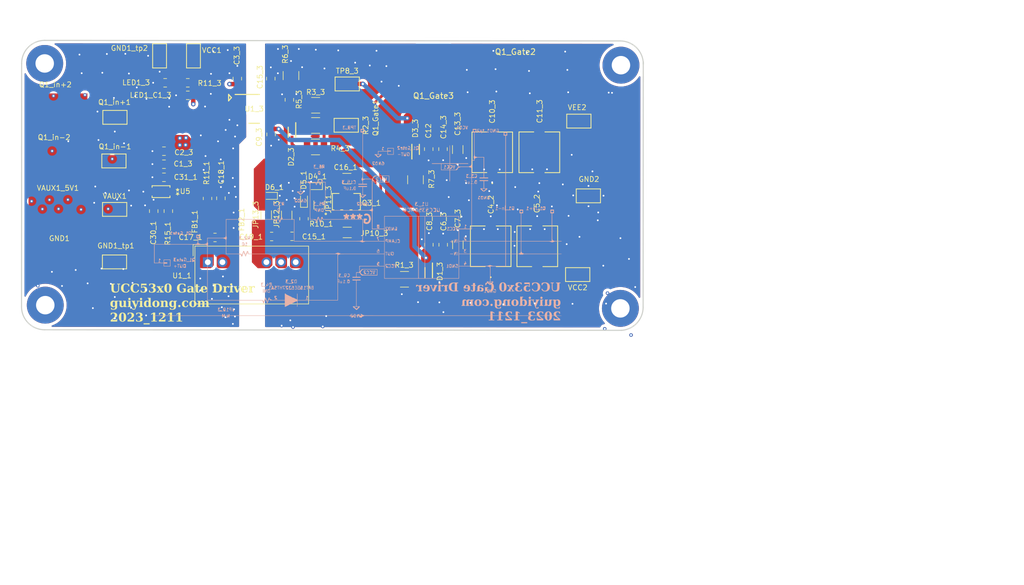
<source format=kicad_pcb>
(kicad_pcb (version 20221018) (generator pcbnew)
  (layers (0 "F.Cu" signal) (1 "In1.Cu" signal "GND.Cu") (2 "In2.Cu" signal "POWER.Cu") (31 "B.Cu" signal) (34 "B.Paste" user) (35 "F.Paste" user) (36 "B.SilkS" user "B.Silkscreen") (37 "F.SilkS" user "F.Silkscreen") (38 "B.Mask" user) (39 "F.Mask" user) (44 "Edge.Cuts" user))
  (net 0 "")
  (net 3 "unconnected-(TP3-Pin_1-Pad1)")
  (net 4 "GND1")
  (net 5 "VCC1")
  (net 6 "GND2")
  (net 7 "VCC2")
  (net 8 "VEE2")
  (net 9 "Net-(U1_1-+VOUT)")
  (net 10 "Net-(U1_1-0V)")
  (net 11 "VCC2: 15 to 33V")
  (net 12 "VEE2:-17.5 to 0V")
  (net 13 "Net-(U1_1-+VIN)")
  (net 14 "Net-(U1_1--VIN)")
  (net 15 "Net-(D1_3-Pad2)")
  (net 16 "Net-(U1_3-OUT)")
  (net 17 "Net-(D2_3-Pad2)")
  (net 18 "Net-(D3_3-Pad1)")
  (net 19 "Net-(D4_1-K)")
  (net 20 "Net-(U1_1--VOUT)")
  (net 21 "Net-(C18_1-Pad1)")
  (net 22 "Net-(Q1_Gate3-Pin_1)")
  (net 23 "Net-(U1_3-CLAMP)")
  (net 24 "VAUX")
  (net 25 "Net-(LED1_3-A)")
  (net 26 "Net-(D5_1-K)")
  (net 27 "Net-(Q1_in+2-Pin_1)")
  (net 28 "Net-(Q1_in-2-Pin_1)")
  (footprint "Library:CAP_6.3 X 5.8_PAN-M" (layer "F.Cu") (at 131.59 59.4049 90)
    (fp_text reference "C10_3")
    (fp_text value "22uF")
  )
  (footprint "Library:C_0805_2012Metric" (layer "F.Cu") (at 75.438 69.596 90)
    (fp_text reference "R15_1")
    (fp_text value "240R")
  )
  (footprint "Library:SolderWirePad_single_SMD_5x10mm" (layer "F.Cu") (at 121.4 45.8 180)
    (fp_text reference "Q1_Gate3")
    (fp_text value "OUT+")
  )
  (footprint "Library:C_0805_2012Metric" (layer "F.Cu") (at 123.08 75.43 90)
    (fp_text reference "C6_3")
    (fp_text value "4.7uF")
  )
  (footprint "Library:R_1210_3225Metric" (layer "F.Cu") (at 100.97 54.7525)
    (fp_text reference "R2_3")
    (fp_text value "10")
  )
  (footprint "Library:C_0805_2012Metric" (layer "F.Cu") (at 96.42 50.3025 90)
    (fp_text reference "R5_3")
    (fp_text value "DNP")
  )
  (footprint "Library:C_0805_2012Metric" (layer "F.Cu") (at 74.676 59.208 180)
    (fp_text reference "C2_3")
    (fp_text value "10uF")
  )
  (footprint "Library:D_SOD-523" (layer "F.Cu") (at 100.875 65.275 180)
    (fp_text reference "D4_1")
    (fp_text value "BZT585B18T")
  )
  (footprint "Library:BEADC2012X105N" (layer "F.Cu") (at 85.852 71.12 180)
    (fp_text reference "FB2_1")
    (fp_text value "BLM21AG471SZ1D")
  )
  (footprint "Library:SOD-123_ONS-M" (layer "F.Cu") (at 74.168 66.228 180)
    (fp_text reference "U5")
    (fp_text value "MMSZ3V3T1G")
  )
  (footprint "Library:R_1206_3216Metric" (layer "F.Cu") (at 92.4 70.25 90)
    (fp_text reference "JP13_3")
    (fp_text value "N.M")
  )
  (footprint "Library:R_1210_3225Metric" (layer "F.Cu") (at 96.695 46.1025 90)
    (fp_text reference "R6_3")
    (fp_text value "0")
  )
  (footprint "Library:TestPoint_Keystone_5019_Minature" (layer "F.Cu") (at 66.1 78.4 180)
    (fp_text reference "GND1_tp1")
    (fp_text value "TestPoint")
  )
  (footprint "Library:C_0805_2012Metric" (layer "F.Cu") (at 120.575 58.8491 -90)
    (fp_text reference "C12")
    (fp_text value "4.7uF")
  )
  (footprint "Library:R_0805_2012Metric" (layer "F.Cu") (at 96.8625 73.975 180)
    (fp_text reference "C15_1")
    (fp_text value "1uf/50V")
  )
  (footprint "Library:C_0805_2012Metric" (layer "F.Cu") (at 93.245 56.3025 -90)
    (fp_text reference "C9_3")
    (fp_text value "0.1uF")
  )
  (footprint "Library:D_SOD-523" (layer "F.Cu") (at 98.95 67.675 90)
    (fp_text reference "D5_1")
    (fp_text value "BZT52B20T")
  )
  (footprint "Library:R_0805_2012Metric" (layer "F.Cu") (at 93.3375 74 180)
    (fp_text reference "C19_1")
    (fp_text value "1uf/50V")
  )
  (footprint "Library:TestPoint_Keystone_5019_Minature" (layer "F.Cu") (at 106.445 47.5525)
    (fp_text reference "TP8_3")
    (fp_text value "TestPoint")
  )
  (footprint "Library:R_1206_3216Metric" (layer "F.Cu") (at 106.385 63.9625 180)
    (fp_text reference "C16_1")
    (fp_text value "4.7uf/50V")
  )
  (footprint "Library:C_0805_2012Metric" (layer "F.Cu") (at 78.806 49.53 180)
    (fp_text reference "LED1_C1_3")
    (fp_text value "0.1uF")
  )
  (footprint "Library:SolderWirePad_single_SMD_5x10mm" (layer "F.Cu") (at 135.6 45.8)
    (fp_text reference "Q1_Gate2")
    (fp_text value "OUT-")
  )
  (footprint "Library:C_0805_2012Metric" (layer "F.Cu") (at 120.605 75.43 90)
    (fp_text reference "C8_3")
    (fp_text value "1uF")
  )
  (footprint "Library:SolderWirePad_single_SMD_5x10mm" (layer "F.Cu") (at 56.4 69.4 90)
    (fp_text reference "VAUX1_5V1")
    (fp_text value "5V")
  )
  (footprint "Library:C_0805_2012Metric" (layer "F.Cu") (at 123.05 58.8491 -90)
    (fp_text reference "C14_3")
    (fp_text value "1uF")
  )
  (footprint "MountingHole:MountingHole_3.2mm_M3_Pad" (layer "F.Cu") (at 54.1 85.9)
    (fp_text reference "TP1" hide)
    (fp_text value "M3")
  )
  (footprint "Library:SOD2513X110N" (layer "F.Cu") (at 120.57 80.26 -90)
    (fp_text reference "D1_3")
    (fp_text value "MURS160T3G" hide)
  )
  (footprint "Library:CAP_6.3 X 5.8_PAN-M" (layer "F.Cu") (at 131.318 75.692 90)
    (fp_text reference "C4_2")
    (fp_text value "22uF")
  )
  (footprint "Library:SolderWirePad_single_SMD_5x10mm" (layer "F.Cu") (at 56.5 77.9 90)
    (fp_text reference "GND1")
    (fp_text value "GND1")
  )
  (footprint "Library:SolderWirePad_single_SMD_5x10mm" (layer "F.Cu") (at 56.3 60.7 90)
    (fp_text reference "Q1_in-2")
    (fp_text value "IN-")
  )
  (footprint "Library:R_1206_3216Metric" (layer "F.Cu") (at 95.95 70.3 90)
    (fp_text reference "JP12_3")
    (fp_text value "N.M")
  )
  (footprint "Library:TestPoint_Keystone_5019_Minature" (layer "F.Cu") (at 146.6 54 180)
    (fp_text reference "VEE2")
    (fp_text value "TestPoint")
  )
  (footprint "Library:C_1206_3216Metric" (layer "F.Cu") (at 125.6 58.9241 -90)
    (fp_text reference "C13_3")
    (fp_text value "10uF")
  )
  (footprint "Library:BEADC2012X105N" (layer "F.Cu") (at 82.2 71.24 -90)
    (fp_text reference "FB1_1")
    (fp_text value "BLM21AG471SZ1D")
  )
  (footprint "Library:R_0805_2012Metric" (layer "F.Cu") (at 82.225 67.405 -90)
    (fp_text reference "R11_1")
    (fp_text value "0")
  )
  (footprint "Library:TestPoint_Keystone_5019_Minature" (layer "F.Cu") (at 79.789 42.675 -90)
    (fp_text reference "VCC1")
    (fp_text value "TestPoint")
  )
  (footprint "Library:R_1210_3225Metric" (layer "F.Cu") (at 100.97 51.2525)
    (fp_text reference "R3_3")
    (fp_text value "0")
  )
  (footprint "Library:CAP_EEFK_D8_PAN-M" (layer "F.Cu") (at 139.3952 75.692 90)
    (fp_text reference "C5_2")
    (fp_text value "47uF")
  )
  (footprint "Library:SolderWirePad_single_SMD_5x10mm" (layer "F.Cu") (at 56.4 51.7 90)
    (fp_text reference "Q1_in+2")
    (fp_text value "IN+")
  )
  (footprint "Library:C_1206_3216Metric" (layer "F.Cu") (at 125.63 75.43 90)
    (fp_text reference "C7_3")
    (fp_text value "10uF")
  )
  (footprint "Library:C_0805_2012Metric" (layer "F.Cu") (at 84.55 67.375 90)
    (fp_text reference "C18_1")
    (fp_text value "N.M")
  )
  (footprint "Library:TestPoint_Keystone_5019_Minature" (layer "F.Cu") (at 66.125 69.3 180)
    (fp_text reference "VAUX1")
    (fp_text value "TestPoint")
  )
  (footprint "Library:R_0805_2012Metric" (layer "F.Cu") (at 83.525 74.168)
    (fp_text reference "C17_1")
    (fp_text value "1uf/50V")
  )
  (footprint "Library:TestPoint_Keystone_5019_Minature" (layer "F.Cu") (at 66.175 53.34)
    (fp_text reference "Q1_in+1")
    (fp_text value "TestPoint")
  )
  (footprint "Library:C_0805_2012Metric" (layer "F.Cu") (at 93.195 46.6275 90)
    (fp_text reference "C15_3")
    (fp_text value "0.1uF")
  )
  (footprint "Library:TestPoint_Keystone_5019_Minature" (layer "F.Cu") (at 106.275 54.72)
    (fp_text reference "Q1_Gate1")
    (fp_text value "TestPoint")
  )
  (footprint "Library:C_0805_2012Metric" (layer "F.Cu") (at 74.676 61.468 180)
    (fp_text reference "C1_3")
    (fp_text value "10uF")
  )
  (footprint "Library:R_1206_3216Metric" (layer "F.Cu") (at 106.4415 73.3018)
    (fp_text reference "JP10_3")
    (fp_text value "N.M")
  )
  (footprint "Library:TestPoint_Keystone_5019_Minature" (layer "F.Cu") (at 73.914 42.675 -90)
    (fp_text reference "GND1_tp2")
    (fp_text value "TestPoint")
  )
  (footprint "Library:R_1206_3216Metric" (layer "F.Cu") (at 101.575 68.55 90)
    (fp_text reference "JP11_3")
    (fp_text value "N.M")
  )
  (footprint "Library:C_0805_2012Metric" (layer "F.Cu") (at 74.676 63.738 180)
    (fp_text reference "C31_1")
    (fp_text value "4.7uF/10V")
  )
  (footprint "Library:C_0805_2012Metric" (layer "F.Cu") (at 78.806 47.355)
    (fp_text reference "R11_3")
    (fp_text value "1k")
  )
  (footprint "Library:TestPoint_Keystone_5019_Minature" (layer "F.Cu") (at 146.4 80.6 180)
    (fp_text reference "VCC2")
    (fp_text value "TestPoint")
  )
  (footprint "Library:C_0805_2012Metric" (layer "F.Cu") (at 72.898 69.596 90)
    (fp_text reference "C30_1")
    (fp_text value "10uF/25V")
  )
  (footprint "Library:D_SOD-523" (layer "F.Cu") (at 93.075 66.95 180)
    (fp_text reference "D6_1")
    (fp_text value "BZT52B2V7T")
  )
  (footprint "MountingHole:MountingHole_3.2mm_M3_Pad" (layer "F.Cu") (at 153.9 44.3)
    (fp_text reference "TP4" hide)
    (fp_text value "M3")
  )
  (footprint "Library:TestPoint_Keystone_5019_Minature" (layer "F.Cu") (at 66 60.9)
    (fp_text reference "Q1_in-1")
    (fp_text value "TestPoint")
  )
  (footprint "Library:Converter_DCDC_Murata_MGJ2DxxxxxxSC_THT" (layer "F.Cu") (at 82.275 78.45)
    (fp_text reference "U1_1")
    (fp_text value "MGJ2D051509SC")
  )
  (footprint "Library:R_1210_3225Metric" (layer "F.Cu") (at 100.945 58.4775)
    (fp_text reference "R4_3")
    (fp_text value "DNI")
  )
  (footprint "Library:CAP_EEFK_D8_PAN-M" (layer "F.Cu") (at 139.75 59.4 90)
    (fp_text reference "C11_3")
    (fp_text value "47uF")
  )
  (footprint "Library:SOT-89_STM" (layer "F.Cu") (at 106.2965 67.9579)
    (fp_text reference "Q3_1")
    (fp_text value "2STF1360")
  )
  (footprint "Library:C_0805_2012Metric" (layer "F.Cu") (at 74.881 47.355)
    (fp_text reference "LED1_3")
    (fp_text value "LED")
  )
  (footprint "Library:R_1210_3225Metric" (layer "F.Cu") (at 118.28 64.16 -90)
    (fp_text reference "R7_3")
    (fp_text value "10.0")
  )
  (footprint "MountingHole:MountingHole_3.2mm_M3_Pad" (layer "F.Cu") (at 54 44)
    (fp_text reference "TP2" hide)
    (fp_text value "M3")
  )
  (footprint "Library:C_0805_2012Metric" (layer "F.Cu") (at 87.395 46.6275 90)
    (fp_text reference "C3_3")
    (fp_text value "0.1uF")
  )
  (footprint "Library:TestPoint_Keystone_5019_Minature" (layer "F.Cu") (at 148.25 66.95 180)
    (fp_text reference "GND2")
    (fp_text value "TestPoint")
  )
  (footprint "Library:D0008B_M" (layer "F.Cu") (at 90.32 51.8775)
    (fp_text reference "U1_3")
    (fp_text value "UCC5350MCD")
  )
  (footprint "Library:SOD2513X110N" (layer "F.Cu") (at 96.87 55.9275 -90)
    (fp_text reference "D2_3")
    (fp_text value "BAT165E6327HTSA1" hide)
  )
  (footprint "Library:R_1210_3225Metric" (layer "F.Cu") (at 116.37 81.42 180)
    (fp_text reference "R1_3")
    (fp_text value "10.0")
  )
  (footprint "MountingHole:MountingHole_3.2mm_M3_Pad" (layer "F.Cu") (at 153.8 86.46)
    (fp_text reference "TP3" hide)
    (fp_text value "M3")
  )
  (footprint "Library:SOD2513X110N" (layer "F.Cu") (at 118.3 58.8991 90)
    (fp_text reference "D3_3")
    (fp_text value "MURS160T3G" hide)
  )
  (footprint "Library:R_0805_2012Metric" (layer "F.Cu") (at 98.95 70.925 90)
    (fp_text reference "R10_1")
    (fp_text value "1k")
  )
  (footprint "direct AC-AC:ucc_driver_circuit" (layer "B.Cu") (at 108.2 71 180)
    (fp_text reference "G***")
    (fp_text value "LOGO" hide)
  )
  (gr_arc (start 153.771573 40.1) (mid 156.6 41.271573) (end 157.771573 44.1) (stroke (width 0.2)) (layer "Edge.Cuts"))
  (gr_arc (start 50 44) (mid 51.171573 41.171573) (end 54 40) (stroke (width 0.2)) (layer "Edge.Cuts"))
  (gr_line (start 54 40) (end 153.771573 40.1) (stroke (width 0.2)) (layer "Edge.Cuts"))
  (gr_line (start 49.980979 86.168106) (end 50 44) (stroke (width 0.2)) (layer "Edge.Cuts"))
  (gr_line (start 157.740979 86.268106) (end 157.76951 43.72) (stroke (width 0.2)) (layer "Edge.Cuts"))
  (gr_arc (start 53.980979 90.168106) (mid 51.152565 88.996526) (end 49.980979 86.168106) (stroke (width 0.2)) (layer "Edge.Cuts"))
  (gr_line (start 53.980979 90.168106) (end 154.019021 90.268106) (stroke (width 0.2)) (layer "Edge.Cuts"))
  (gr_arc (start 157.740979 86.268106) (mid 156.666568 88.999998) (end 154.019021 90.268106) (stroke (width 0.2)) (layer "Edge.Cuts"))
  (gr_text "UCC53x0 Gate Driver \nguiyidong.com\n2023_1211" (at 143.5 88.8) (layer "B.SilkS") (effects (font (size 1.5 1.5) (thickness 0.3) bold) (justify left bottom mirror)))
  (gr_text "UCC53x0 Gate Driver \nguiyidong.com\n2023_1211" (at 65.3 89) (layer "F.SilkS") (effects (font (size 1.5 1.5) (thickness 0.3) bold) (justify left bottom)))
  (via (at 151.32 85.63) (size 0.6096) (drill 0.3048) (layers "F.Cu" "B.Cu") (net 3))
  (via (at 151.08 90) (size 0.6096) (drill 0.3048) (layers "F.Cu" "B.Cu") (net 3))
  (via (at 153.03 86.77) (size 0.6096) (drill 0.3048) (layers "F.Cu" "B.Cu") (net 3))
  (via (at 155.65 91.08) (size 0.6096) (drill 0.3048) (layers "F.Cu" "B.Cu") (net 3))
  (via (at 151.57 83.82) (size 0.6096) (drill 0.3048) (layers "F.Cu" "B.Cu") (net 3))
  (segment (start 86.742 71.12) (end 86.742 69.858) (width 0.508) (layer "F.Cu") (net 4))
  (segment (start 72.4408 66.228) (end 71.103 66.228) (width 0.508) (layer "F.Cu") (net 4))
  (segment (start 72.693 61.468) (end 72.675 61.45) (width 0.508) (layer "F.Cu") (net 4))
  (segment (start 73.914 42.675) (end 71.925 42.675) (width 0.508) (layer "F.Cu") (net 4))
  (segment (start 77.856 49.53) (end 76.78 49.53) (width 0.508) (layer "F.Cu") (net 4))
  (segment (start 72.688 63.738) (end 72.675 63.725) (width 0.508) (layer "F.Cu") (net 4))
  (segment (start 87.420001 53.7825) (end 86.0375 53.7825) (width 0.508) (layer "F.Cu") (net 4))
  (segment (start 87.420001 53.7825) (end 87.420001 54.699999) (width 0.508) (layer "F.Cu") (net 4))
  (segment (start 86.0375 53.7825) (end 86.025 53.77) (width 0.508) (layer "F.Cu") (net 4))
  (segment (start 86.0425 45.6775) (end 86.025 45.695) (width 0.508) (layer "F.Cu") (net 4))
  (segment (start 71.103 66.228) (end 71.1 66.225) (width 0.508) (layer "F.Cu") (net 4))
  (segment (start 72.898 68.646) (end 71.446 68.646) (width 0.508) (layer "F.Cu") (net 4))
  (segment (start 87.395 45.6775) (end 87.395 44.425) (width 0.508) (layer "F.Cu") (net 4))
  (segment (start 68.95 86.34) (end 68.975 86.365) (width 0.508) (layer "F.Cu") (net 4))
  (segment (start 84.55 66.425) (end 85.9 66.425) (width 0.508) (layer "F.Cu") (net 4))
  (segment (start 86.742 69.858) (end 86.75 69.85) (width 0.508) (layer "F.Cu") (net 4))
  (segment (start 73.914 45.414) (end 73.925 45.425) (width 0.508) (layer "F.Cu") (net 4))
  (segment (start 73.726 61.468) (end 72.693 61.468) (width 0.508) (layer "F.Cu") (net 4))
  (segment (start 87.420001 54.699999) (end 87.4 54.72) (width 0.508) (layer "F.Cu") (net 4))
  (segment (start 73.931 47.355) (end 72.805 47.355) (width 0.508) (layer "F.Cu") (net 4))
  (segment (start 72.898 67.648) (end 72.875 67.625) (width 0.508) (layer "F.Cu") (net 4))
  (segment (start 72.898 68.646) (end 72.898 67.648) (width 0.508) (layer "F.Cu") (net 4))
  (segment (start 85.9 66.425) (end 85.925 66.45) (width 0.508) (layer "F.Cu") (net 4))
  (segment (start 85.3 88.025) (end 85.325 88) (width 0.508) (layer "F.Cu") (net 4))
  (segment (start 73.726 63.738) (end 72.688 63.738) (width 0.508) (layer "F.Cu") (net 4))
  (segment (start 62.322 86.443) (end 62.35 86.415) (width 0.508) (layer "F.Cu") (net 4))
  (segment (start 86.742 71.12) (end 86.742 72.517) (width 0.508) (layer "F.Cu") (net 4))
  (segment (start 87.395 45.6775) (end 86.0425 45.6775) (width 0.508) (layer "F.Cu") (net 4))
  (segment (start 73.726 59.208) (end 72.683 59.208) (width 0.508) (layer "F.Cu") (net 4))
  (segment (start 71.446 68.646) (end 71.4 68.6) (width 0.508) (layer "F.Cu") (net 4))
  (segment (start 84.55 66.425) (end 84.55 65.425) (width 0.508) (layer "F.Cu") (net 4))
  (segment (start 76.78 49.53) (end 76.775 49.525) (width 0.508) (layer "F.Cu") (net 4))
  (segment (start 72.805 47.355) (end 72.8 47.35) (width 0.508) (layer "F.Cu") (net 4))
  (segment (start 66.175 84.515) (end 66.15 84.49) (width 0.508) (layer "F.Cu") (net 4))
  (segment (start 87.395 44.425) (end 87.4 44.42) (width 0.508) (layer "F.Cu") (net 4))
  (segment (start 72.683 59.208) (end 72.675 59.2) (width 0.508) (layer "F.Cu") (net 4))
  (segment (start 73.914 42.675) (end 73.914 45.414) (width 0.508) (layer "F.Cu") (net 4))
  (segment (start 86.742 72.517) (end 86.75 72.525) (width 0.508) (layer "F.Cu") (net 4))
  (via (at 87.14 67.14) (size 0.6096) (drill 0.3048) (layers "F.Cu" "B.Cu") (net 4))
  (via (at 66 49.98) (size 0.6096) (drill 0.3048) (layers "F.Cu" "B.Cu") (net 4))
  (via (at 83.24 41.92) (size 0.6096) (drill 0.3048) (layers "F.Cu" "B.Cu") (net 4))
  (via (at 87.4 54.72) (size 0.6096) (drill 0.3048) (layers "F.Cu" "B.Cu") (net 4))
  (via (at 67.63 79.645) (size 0.6096) (drill 0.3048) (layers "F.Cu" "B.Cu") (net 4))
  (via (at 55.25 80.125) (size 0.6096) (drill 0.3048) (layers "F.Cu" "B.Cu") (net 4))
  (via (at 66.175 88.215) (size 0.6096) (drill 0.3048) (layers "F.Cu" "B.Cu") (net 4))
  (via (at 86.025 53.77) (size 0.6096) (drill 0.3048) (layers "F.Cu" "B.Cu") (net 4))
  (via (at 85.325 88) (size 0.6096) (drill 0.3048) (layers "F.Cu" "B.Cu") (net 4))
  (via (at 66.15 84.49) (size 0.6096) (drill 0.3048) (layers "F.Cu" "B.Cu") (net 4))
  (via (at 86.83 86.62) (size 0.6096) (drill 0.3048) (layers "F.Cu" "B.Cu") (net 4))
  (via (at 62.58 68.155) (size 0.6096) (drill 0.3048) (layers "F.Cu" "B.Cu") (net 4))
  (via (at 82.8 49.27) (size 0.6096) (drill 0.3048) (layers "F.Cu" "B.Cu") (net 4))
  (via (at 68.61 66.015) (size 0.6096) (drill 0.3048) (layers "F.Cu" "B.Cu") (net 4))
  (via (at 71.1 66.225) (size 0.6096) (drill 0.3048) (layers "F.Cu" "B.Cu") (net 4))
  (via (at 86.61 63.86) (size 0.6096) (drill 0.3048) (layers "F.Cu" "B.Cu") (net 4))
  (via (at 84.52 60.63) (size 0.6096) (drill 0.3048) (layers "F.Cu" "B.Cu") (net 4))
  (via (at 84.05 57.5) (size 0.6096) (drill 0.3048) (layers "F.Cu" "B.Cu") (net 4))
  (via (at 71.925 42.675) (size 0.6096) (drill 0.3048) (layers "F.Cu" "B.Cu") (net 4))
  (via (at 84.9 80.93) (size 0.6096) (drill 0.3048) (layers "F.Cu" "B.Cu") (net 4))
  (via (at 71.58 83.29) (size 0.6096) (drill 0.3048) (layers "F.Cu" "B.Cu") (net 4))
  (via (at 62.35 86.415) (size 0.6096) (drill 0.3048) (layers "F.Cu" "B.Cu") (net 4))
  (via (at 72.8 47.35) (size 0.6096) (drill 0.3048) (layers "F.Cu" "B.Cu") (net 4))
  (via (at 63.324452 57.273251) (size 0.6096) (drill 0.3048) (layers "F.Cu" "B.Cu") (net 4))
  (via (at 83.26 82.49) (size 0.6096) (drill 0.3048) (layers "F.Cu" "B.Cu") (net 4))
  (via (at 61.44 82.125) (size 0.6096) (drill 0.3048) (layers "F.Cu" "B.Cu") (net 4))
  (via (at 62.77 65.335) (size 0.6096) (drill 0.3048) (layers "F.Cu" "B.Cu") (net 4))
  (via (at 67.98 42.33) (size 0.6096) (drill 0.3048) (layers "F.Cu" "B.Cu") (net 4))
  (via (at 75.6 50.05) (size 0.6096) (drill 0.3048) (layers "F.Cu" "B.Cu") (net 4))
  (via (at 81.55 62.45) (size 0.6096) (drill 0.3048) (layers "F.Cu" "B.Cu") (net 4))
  (via (at 80.95 83.35) (size 0.6096) (drill 0.3048) (layers "F.Cu" "B.Cu") (net 4))
  (via (at 59.37 79.805) (size 0.6096) (drill 0.3048) (layers "F.Cu" "B.Cu") (net 4))
  (via (at 87.4 44.42) (size 0.6096) (drill 0.3048) (layers "F.Cu" "B.Cu") (net 4))
  (via (at 63.148904 52.342858) (size 0.6096) (drill 0.3048) (layers "F.Cu" "B.Cu") (net 4))
  (via (at 65.47 82.205) (size 0.6096) (drill 0.3048) (layers "F.Cu" "B.Cu") (net 4))
  (via (at 86.98 87.87) (size 0.6096) (drill 0.3048) (layers "F.Cu" "B.Cu") (net 4))
  (via (at 84.71 86.26) (size 0.6096) (drill 0.3048) (layers "F.Cu" "B.Cu") (net 4))
  (via (at 71.4 68.6) (size 0.6096) (drill 0.3048) (layers "F.Cu" "B.Cu") (net 4))
  (via (at 69.22 82.045) (size 0.6096) (drill 0.3048) (layers "F.Cu" "B.Cu") (net 4))
  (via (at 86.75 72.525) (size 0.6096) (drill 0.3048) (layers "F.Cu" "B.Cu") (net 4))
  (via (at 64.776972 42.357376) (size 0.6096) (drill 0.3048) (layers "F.Cu" "B.Cu") (net 4))
  (via (at 84.74 64.41) (size 0.6096) (drill 0.3048) (layers "F.Cu" "B.Cu") (net 4))
  (via (at 63.84 79.555) (size 0.6096) (drill 0.3048) (layers "F.Cu" "B.Cu") (net 4))
  (via (at 63.990072 45.613511) (size 0.6096) (drill 0.3048) (layers "F.Cu" "B.Cu") (net 4))
  (via (at 85.37 55.53) (size 0.6096) (drill 0.3048) (layers "F.Cu" "B.Cu") (net 4))
  (via (at 80.97 81.28) (size 0.6096) (drill 0.3048) (layers "F.Cu" "B.Cu") (net 4))
  (via (at 71.64 50.14) (size 0.6096) (drill 0.3048) (layers "F.Cu" "B.Cu") (net 4))
  (via (at 82.99 84.81) (size 0.6096) (drill 0.3048) (layers "F.Cu" "B.Cu") (net 4))
  (via (at 72.675 61.45) (size 0.6096) (drill 0.3048) (layers "F.Cu" "B.Cu") (net 4))
  (via (at 67.747369 57.843074) (size 0.6096) (drill 0.3048) (layers "F.Cu" "B.Cu") (net 4))
  (via (at 64.510117 66.449327) (size 0.6096) (drill 0.3048) (layers "F.Cu" "B.Cu") (net 4))
  (via (at 85.87 84.35) (size 0.6096) (drill 0.3048) (layers "F.Cu" "B.Cu") (net 4))
  (via (at 86.97 65.36) (size 0.6096) (drill 0.3048) (layers "F.Cu" "B.Cu") (net 4))
  (via (at 86.625 89.15) (size 0.6096) (drill 0.3048) (layers "F.Cu" "B.Cu") (net 4))
  (via (at 81.06 56.47) (size 0.6096) (drill 0.3048) (layers "F.Cu" "B.Cu") (net 4))
  (via (at 86.47 82.64) (size 0.6096) (drill 0.3048) (layers "F.Cu" "B.Cu") (net 4))
  (via (at 68.987303 68.647219) (size 0.6096) (drill 0.3048) (layers "F.Cu" "B.Cu") (net 4))
  (via (at 72.675 59.2) (size 0.6096) (drill 0.3048) (layers "F.Cu" "B.Cu") (net 4))
  (via (at 75.575 51.5) (size 0.6096) (drill 0.3048) (layers "F.Cu" "B.Cu") (net 4))
  (via (at 87 56.67) (size 0.6096) (drill 0.3048) (layers "F.Cu" "B.Cu") (net 4))
  (via (at 68.975 86.365) (size 0.6096) (drill 0.3048) (layers "F.Cu" "B.Cu") (net 4))
  (via (at 68.6 45.75) (size 0.6096) (drill 0.3048) (layers "F.Cu" "B.Cu") (net 4))
  (via (at 58.09 57.495) (size 0.6096) (drill 0.3048) (layers "F.Cu" "B.Cu") (net 4))
  (via (at 71.58 87.68) (size 0.6096) (drill 0.3048) (layers "F.Cu" "B.Cu") (net 4))
  (via (at 66.545202 67.588975) (size 0.6096) (drill 0.3048) (layers "F.Cu" "B.Cu") (net 4))
  (via (at 73.925 45.425) (size 0.6096) (drill 0.3048) (layers "F.Cu" "B.Cu") (net 4))
  (via (at 85.925 66.45) (size 0.6096) (drill 0.3048) (layers "F.Cu" "B.Cu") (net 4))
  (via (at 60.41 45.69) (size 0.6096) (drill 0.3048) (layers "F.Cu" "B.Cu") (net 4))
  (via (at 86.025 45.695) (size 0.6096) (drill 0.3048) (layers "F.Cu" "B.Cu") (net 4))
  (via (at 57 82.575) (size 0.6096) (drill 0.3048) (layers "F.Cu" "B.Cu") (net 4))
  (via (at 52.81 82.535) (size 0.6096) (drill 0.3048) (layers "F.Cu" "B.Cu") (net 4))
  (via (at 81.8 51.47) (size 0.6096) (drill 0.3048) (layers "F.Cu" "B.Cu") (net 4))
  (via (at 84.55 65.425) (size 0.6096) (drill 0.3048) (layers "F.Cu" "B.Cu") (net 4))
  (via (at 84.83 62.99) (size 0.6096) (drill 0.3048) (layers "F.Cu" "B.Cu") (net 4))
  (via (at 69.96 48.16) (size 0.6096) (drill 0.3048) (layers "F.Cu" "B.Cu") (net 4))
  (via (at 81.88 60.05) (size 0.6096) (drill 0.3048) (layers "F.Cu" "B.Cu") (net 4))
  (via (at 60.028441 42.465914) (size 0.6096) (drill 0.3048) (layers "F.Cu" "B.Cu") (net 4))
  (via (at 72.875 67.625) (size 0.6096) (drill 0.3048) (layers "F.Cu" "B.Cu") (net 4))
  (via (at 82.83 45.8) (size 0.6096) (drill 0.3048) (layers "F.Cu" "B.Cu") (net 4))
  (via (at 66.15 55.805) (size 0.6096) (drill 0.3048) (layers "F.Cu" "B.Cu") (net 4))
  (via (at 76.775 49.525) (size 0.6096) (drill 0.3048) (layers "F.Cu" "B.Cu") (net 4))
  (via (at 86.75 69.85) (size 0.6096) (drill 0.3048) (layers "F.Cu" "B.Cu") (net 4))
  (via (at 72.675 63.725) (size 0.6096) (drill 0.3048) (layers "F.Cu" "B.Cu") (net 4))
  (via (at 69.688309 49.671892) (size 0.6096) (drill 0.3048) (layers "F.Cu" "B.Cu") (net 4))
  (via (at 86.67 58.72) (size 0.6096) (drill 0.3048) (layers "F.Cu" "B.Cu") (net 4))
  (via (at 85.73 41.68) (size 0.6096) (drill 0.3048) (layers "F.Cu" "B.Cu") (net 4))
  (segment (start 79.756 42.708) (end 79.789 42.675) (width 0.762) (layer "F.Cu") (net 5))
  (segment (start 87.395 47.5775) (end 86.0325 47.5775) (width 0.762) (layer "F.Cu") (net 5))
  (segment (start 86.0325 47.5775) (end 86.025 47.57) (width 0.762) (layer "F.Cu") (net 5))
  (segment (start 79.756 47.355) (end 79.756 49.53) (width 0.762) (layer "F.Cu") (net 5))
  (segment (start 79.756 51.054) (end 79.756 49.53) (width 0.762) (layer "F.Cu") (net 5))
  (segment (start 87.395 49.947499) (end 87.420001 49.9725) (width 0.508) (layer "F.Cu") (net 5))
  (segment (start 79.756 47.355) (end 79.756 42.708) (width 0.762) (layer "F.Cu") (net 5))
  (segment (start 87.395 47.5775) (end 87.395 49.947499) (width 0.508) (layer "F.Cu") (net 5))
  (via (at 78.486 56.896) (size 0.762) (drill 0.381) (layers "F.Cu" "B.Cu") (net 5))
  (via (at 79.756 51.054) (size 0.762) (drill 0.381) (layers "F.Cu" "B.Cu") (net 5))
  (via (at 78.425 58.125) (size 0.762) (drill 0.381) (layers "F.Cu" "B.Cu") (net 5))
  (via (at 77.425 56.95) (size 0.762) (drill 0.381) (layers "F.Cu" "B.Cu") (net 5))
  (via (at 77.425 58.15) (size 0.762) (drill 0.381) (layers "F.Cu" "B.Cu") (net 5))
  (via (at 86.025 47.57) (size 0.762) (drill 0.381) (layers "F.Cu" "B.Cu") (net 5))
  (segment (start 126.995 73.955) (end 127 73.95) (width 0.6096) (layer "F.Cu") (net 6))
  (segment (start 150.85 66.95) (end 150.875 66.925) (width 0.6096) (layer "F.Cu") (net 6))
  (segment (start 123.08 73.505) (end 123.075 73.5) (width 0.6096) (layer "F.Cu") (net 6))
  (segment (start 131.59 62.364) (end 131.59 64.585) (width 0.6096) (layer "F.Cu") (net 6))
  (segment (start 95.95 68.8375) (end 97.3125 68.8375) (width 0.6096) (layer "F.Cu") (net 6))
  (segment (start 131.318 70.507) (end 131.325 70.5) (width 0.6096) (layer "F.Cu") (net 6))
  (segment (start 120.575 60.775) (end 120.55 60.8) (width 0.6096) (layer "F.Cu") (net 6))
  (segment (start 140.6671 72.7329) (end 140.675 72.725) (width 0.6096) (layer "F.Cu") (net 6))
  (segment (start 98.95 66.975) (end 98.95 66.15) (width 0.6096) (layer "F.Cu") (net 6))
  (segment (start 138.5341 62.3591) (end 138.525 62.35) (width 0.6096) (layer "F.Cu") (net 6))
  (segment (start 96.42 49.3525) (end 95.1525 49.3525) (width 0.6096) (layer "F.Cu") (net 6))
  (segment (start 145.7 66.95) (end 145.625 66.875) (width 0.6096) (layer "F.Cu") (net 6))
  (segment (start 138.1579 72.7329) (end 138.15 72.725) (width 0.6096) (layer "F.Cu") (net 6))
  (segment (start 125.6 60.3991) (end 125.6 61.525) (width 0.6096) (layer "F.Cu") (net 6))
  (segment (start 139.3952 70.4952) (end 139.375 70.475) (width 0.6096) (layer "F.Cu") (net 6))
  (segment (start 120.605 74.48) (end 119.38 74.48) (width 0.6096) (layer "F.Cu") (net 6))
  (segment (start 96.42 49.3525) (end 97.5975 49.3525) (width 0.6096) (layer "F.Cu") (net 6))
  (segment (start 98.615 44.64) (end 98.625 44.65) (width 0.6096) (layer "F.Cu") (net 6))
  (segment (start 141.0659 62.3591) (end 141.075 62.35) (width 0.6096) (layer "F.Cu") (net 6))
  (segment (start 139.3952 72.7329) (end 138.1579 72.7329) (width 0.6096) (layer "F.Cu") (net 6))
  (segment (start 120.605 73.43) (end 120.6 73.425) (width 0.6096) (layer "F.Cu") (net 6))
  (segment (start 131.59 62.364) (end 132.864 62.364) (width 0.6096) (layer "F.Cu") (net 6))
  (segment (start 123.08 74.48) (end 123.08 73.505) (width 0.6096) (layer "F.Cu") (net 6))
  (segment (start 93.775 66.95) (end 94.725 66.95) (width 0.6096) (layer "F.Cu") (net 6))
  (segment (start 131.318 72.7329) (end 132.5421 72.7329) (width 0.6096) (layer "F.Cu") (net 6))
  (segment (start 139.3952 72.7329) (end 139.3952 70.4952) (width 0.6096) (layer "F.Cu") (net 6))
  (segment (start 130.186 62.364) (end 130.175 62.375) (width 0.6096) (layer "F.Cu") (net 6))
  (segment (start 95.95 68.8375) (end 95.95 67.65) (width 0.6096) (layer "F.Cu") (net 6))
  (segment (start 100.175 65.275) (end 100.175 64.475) (width 0.6096) (layer "F.Cu") (net 6))
  (segment (start 131.59 62.364) (end 130.186 62.364) (width 0.6096) (layer "F.Cu") (net 6))
  (segment (start 94.5475 57.2525) (end 94.575 57.225) (width 0.6096) (layer "F.Cu") (net 6))
  (segment (start 123.05 60.75) (end 123.075 60.775) (width 0.6096) (layer "F.Cu") (net 6))
  (segment (start 93.195 45.6775) (end 93.195 44.68) (width 0.6096) (layer "F.Cu") (net 6))
  (segment (start 131.318 72.7329) (end 131.318 70.507) (width 0.6096) (layer "F.Cu") (net 6))
  (segment (start 120.575 59.7991) (end 120.575 60.775) (width 0.6096) (layer "F.Cu") (net 6))
  (segment (start 125.6 60.3991) (end 127.0741 60.3991) (width 0.6096) (layer "F.Cu") (net 6))
  (segment (start 97.3125 68.8375) (end 97.325 68.825) (width 0.6096) (layer "F.Cu") (net 6))
  (segment (start 148.25 66.95) (end 148.25 68.725) (width 0.6096) (layer "F.Cu") (net 6))
  (segment (start 93.195 44.68) (end 93.2 44.675) (width 0.6096) (layer "F.Cu") (net 6))
  (segment (start 120.605 74.48) (end 120.605 73.43) (width 0.6096) (layer "F.Cu") (net 6))
  (segment (start 94.725 66.95) (end 94.75 66.925) (width 0.6096) (layer "F.Cu") (net 6))
  (segment (start 132.864 62.364) (end 132.875 62.375) (width 0.6096) (layer "F.Cu") (net 6))
  (segment (start 131.59 64.585) (end 131.575 64.6) (width 0.6096) (layer "F.Cu") (net 6))
  (segment (start 93.195 45.6775) (end 94.4025 45.6775) (width 0.6096) (layer "F.Cu") (net 6))
  (segment (start 139.75 62.3591) (end 138.5341 62.3591) (width 0.6096) (layer "F.Cu") (net 6))
  (segment (start 132.5421 72.7329) (end 132.55 72.725) (width 0.6096) (layer "F.Cu") (net 6))
  (segment (start 94.4025 45.6775) (end 94.425 45.7) (width 0.6096) (layer "F.Cu") (net 6))
  (segment (start 119.38 74.48) (end 119.375 74.475) (width 0.6096) (layer "F.Cu") (net 6))
  (segment (start 139.75 62.3591) (end 139.75 64.75) (width 0.6096) (layer "F.Cu") (net 6))
  (segment (start 123.05 59.7991) (end 123.05 60.75) (width 0.6096) (layer "F.Cu") (net 6))
  (segment (start 97.5975 49.3525) (end 97.625 49.325) (width 0.6096) (layer "F.Cu") (net 6))
  (segment (start 96.695 44.64) (end 98.615 44.64) (width 0.6096) (layer "F.Cu") (net 6))
  (segment (start 93.245 58.245) (end 93.25 58.25) (width 0.6096) (layer "F.Cu") (net 6))
  (segment (start 139.75 62.3591) (end 141.0659 62.3591) (width 0.6096) (layer "F.Cu") (net 6))
  (segment (start 127.0741 60.3991) (end 127.075 60.4) (width 0.6096) (layer "F.Cu") (net 6))
  (segment (start 96.695 43.58) (end 96.7 43.575) (width 0.6096) (layer "F.Cu") (net 6))
  (segment (start 96.695 44.64) (end 96.695 43.58) (width 0.6096) (layer "F.Cu") (net 6))
  (segment (start 148.25 65.25) (end 148.275 65.225) (width 0.6096) (layer "F.Cu") (net 6))
  (segment (start 125.63 72.93) (end 125.625 72.925) (width 0.6096) (layer "F.Cu") (net 6))
  (segment (start 93.245 57.2525) (end 94.5475 57.2525) (width 0.6096) (layer "F.Cu") (net 6))
  (segment (start 130.1579 72.7329) (end 130.15 72.725) (width 0.6096) (layer "F.Cu") (net 6))
  (segment (start 125.63 73.955) (end 126.995 73.955) (width 0.6096) (layer "F.Cu") (net 6))
  (segment (start 93.245 57.2525) (end 93.245 58.245) (width 0.6096) (layer "F.Cu") (net 6))
  (segment (start 131.318 72.7329) (end 130.1579 72.7329) (width 0.6096) (layer "F.Cu") (net 6))
  (segment (start 148.25 68.725) (end 148.275 68.75) (width 0.6096) (layer "F.Cu") (net 6))
  (segment (start 148.25 66.95) (end 145.7 66.95) (width 0.6096) (layer "F.Cu") (net 6))
  (segment (start 148.25 66.95) (end 148.25 65.25) (width 0.6096) (layer "F.Cu") (net 6))
  (segment (start 148.25 66.95) (end 150.85 66.95) (width 0.6096) (layer "F.Cu") (net 6))
  (segment (start 125.63 73.955) (end 125.63 72.93) (width 0.6096) (layer "F.Cu") (net 6))
  (segment (start 139.3952 72.7329) (end 140.6671 72.7329) (width 0.6096) (layer "F.Cu") (net 6))
  (segment (start 95.1525 49.3525) (end 95.15 49.35) (width 0.6096) (layer "F.Cu") (net 6))
  (via (at 149.96 69.83) (size 0.6096) (drill 0.3048) (layers "F.Cu" "B.Cu") (net 6))
  (via (at 123.12 87.11) (size 0.6096) (drill 0.3048) (layers "F.Cu" "B.Cu") (net 6))
  (via (at 137.579551 42.125497) (size 0.6096) (drill 0.3048) (layers "F.Cu" "B.Cu") (net 6))
  (via (at 113.233335 44.463276) (size 0.6096) (drill 0.3048) (layers "F.Cu" "B.Cu") (net 6))
  (via (at 144.488381 75.323145) (size 0.6096) (drill 0.3048) (layers "F.Cu" "B.Cu") (net 6))
  (via (at 135.57 65.43) (size 0.6096) (drill 0.3048) (layers "F.Cu" "B.Cu") (net 6))
  (via (at 124.037905 67.162924) (size 0.6096) (drill 0.3048) (layers "F.Cu" "B.Cu") (net 6))
  (via (at 127.180449 45.114503) (size 0.6096) (drill 0.3048) (layers "F.Cu" "B.Cu") (net 6))
  (via (at 112.39 47.15) (size 0.6096) (drill 0.3048) (layers "F.Cu" "B.Cu") (net 6))
  (via (at 97.625 49.325) (size 0.6096) (drill 0.3048) (layers "F.Cu" "B.Cu") (net 6))
  (via (at 115.38 47.88) (size 0.6096) (drill 0.3048) (layers "F.Cu" "B.Cu") (net 6))
  (via (at 100.175 64.475) (size 0.6096) (drill 0.3048) (layers "F.Cu" "B.Cu") (net 6))
  (via (at 135.48 73.21) (size 0.6096) (drill 0.3048) (layers "F.Cu" "B.Cu") (net 6))
  (via (at 144.229551 41.945497) (size 0.6096) (drill 0.3048) (layers "F.Cu" "B.Cu") (net 6))
  (via (at 153.81 74.29) (size 0.6096) (drill 0.3048) (layers "F.Cu" "B.Cu") (net 6))
  (via (at 118.72 85.38) (size 0.6096) (drill 0.3048) (layers "F.Cu" "B.Cu") (net 6))
  (via (at 94.86 65.25) (size 0.6096) (drill 0.3048) (layers "F.Cu" "B.Cu") (net 6))
  (via (at 136 69.31) (size 0.6096) (drill 0.3048) (layers "F.Cu" "B.Cu") (net 6))
  (via (at 127.075 60.4) (size 0.6096) (drill 0.3048) (layers "F.Cu" "B.Cu") (net 6))
  (via (at 93.2 44.675) (size 0.6096) (drill 0.3048) (layers "F.Cu" "B.Cu") (net 6))
  (via (at 96.32 64.69) (size 0.6096) (drill 0.3048) (layers "F.Cu" "B.Cu") (net 6))
  (via (at 133.49 85.75) (size 0.6096) (drill 0.3048) (layers "F.Cu" "B.Cu") (net 6))
  (via (at 141.92 68.79) (size 0.6096) (drill 0.3048) (layers "F.Cu" "B.Cu") (net 6))
  (via (at 120.6 73.425) (size 0.6096) (drill 0.3048) (layers "F.Cu" "B.Cu") (net 6))
  (via (at 97.05 89.7) (size 0.6096) (drill 0.3048) (layers "F.Cu" "B.Cu") (net 6))
  (via (at 138.94 85.59) (size 0.6096) (drill 0.3048) (layers "F.Cu" "B.Cu") (net 6))
  (via (at 145.625 66.875) (size 0.6096) (drill 0.3048) (layers "F.Cu" "B.Cu") (net 6))
  (via (at 125.625 72.925) (size 0.6096) (drill 0.3048) (layers "F.Cu" "B.Cu") (net 6))
  (via (at 137.96 45.3) (size 0.6096) (drill 0.3048) (layers "F.Cu" "B.Cu") (net 6))
  (via (at 131.575 64.6) (size 0.6096) (drill 0.3048) (layers "F.Cu" "B.Cu") (net 6))
  (via (at 131.325 70.5) (size 0.6096) (drill 0.3048) (layers "F.Cu" "B.Cu") (net 6))
  (via (at 104.89 41.74) (size 0.6096) (drill 0.3048) (layers "F.Cu" "B.Cu") (net 6))
  (via (at 94.575 57.225) (size 0.6096) (drill 0.3048) (layers "F.Cu" "B.Cu") (net 6))
  (via (at 96.58 88.54) (size 0.6096) (drill 0.3048) (layers "F.Cu" "B.Cu") (net 6))
  (via (at 140.675 72.725) (size 0.6096) (drill 0.3048) (layers "F.Cu" "B.Cu") (net 6))
  (via (at 127 73.95) (size 0.6096) (drill 0.3048) (layers "F.Cu" "B.Cu") (net 6))
  (via (at 107.823314 43.860352) (size 0.6096) (drill 0.3048) (layers "F.Cu" "B.Cu") (net 6))
  (via (at 144.61 45.12) (size 0.6096) (drill 0.3048) (layers "F.Cu" "B.Cu") (net 6))
  (via (at 144.749551 48.995497) (size 0.6096) (drill 0.3048) (layers "F.Cu" "B.Cu") (net 6))
  (via (at 132.16 44.99) (size 0.6096) (drill 0.3048) (layers "F.Cu" "B.Cu") (net 6))
  (via (at 155.29 77.89) (size 0.6096) (drill 0.3048) (layers "F.Cu" "B.Cu") (net 6))
  (via (at 145.36 59.84) (size 0.6096) (drill 0.3048) (layers "F.Cu" "B.Cu") (net 6))
  (via (at 111.52 41.8) (size 0.6096) (drill 0.3048) (layers "F.Cu" "B.Cu") (net 6))
  (via (at 102.2 89.6) (size 0.6096) (drill 0.3048) (layers "F.Cu" "B.Cu") (net 6))
  (via (at 125.6 61.525) (size 0.6096) (drill 0.3048) (layers "F.Cu" "B.Cu") (net 6))
  (via (at 132.299551 48.865497) (size 0.6096) (drill 0.3048) (layers "F.Cu" "B.Cu") (net 6))
  (via (at 127.54 67.71) (size 0.6096) (drill 0.3048) (layers "F.Cu" "B.Cu") (net 6))
  (via (at 141.075 62.35) (size 0.6096) (drill 0.3048) (layers "F.Cu" "B.Cu") (net 6))
  (via (at 93.25 58.25) (size 0.6096) (drill 0.3048) (layers "F.Cu" "B.Cu") (net 6))
  (via (at 138.525 62.35) (size 0.6096) (drill 0.3048) (layers "F.Cu" "B.Cu") (net 6))
  (via (at 122.71 69.9) (size 0.6096) (drill 0.3048) (layers "F.Cu" "B.Cu") (net 6))
  (via (at 144.82 70.42) (size 0.6096) (drill 0.3048) (layers "F.Cu" "B.Cu") (net 6))
  (via (at 98.95 66.15) (size 0.6096) (drill 0.3048) (layers "F.Cu" "B.Cu") (net 6))
  (via (at 97.325 68.825) (size 0.6096) (drill 0.3048) (layers "F.Cu" "B.Cu") (net 6))
  (via (at 139.56 66.21) (size 0.6096) (drill 0.3048) (layers "F.Cu" "B.Cu") (net 6))
  (via (at 122.42 85.42) (size 0.6096) (drill 0.3048) (layers "F.Cu" "B.Cu") (net 6))
  (via (at 110.357082 44.354739) (size 0.6096) (drill 0.3048) (layers "F.Cu" "B.Cu") (net 6))
  (via (at 95.15 49.35) (size 0.6096) (drill 0.3048) (layers "F.Cu" "B.Cu") (net 6))
  (via (at 149.88 71.19) (size 0.6096) (drill 0.3048) (layers "F.Cu" "B.Cu") (net 6))
  (via (at 151.769551 49.055497) (size 0.6096) (drill 0.3048) (layers "F.Cu" "B.Cu") (net 6))
  (via (at 96.99 66.1) (size 0.6096) (drill 0.3048) (layers "F.Cu" "B.Cu") (net 6))
  (via (at 143.82 64.97) (size 0.6096) (drill 0.3048) (layers "F.Cu" "B.Cu") (net 6))
  (via (at 139.75 64.75) (size 0.6096) (drill 0.3048) (layers "F.Cu" "B.Cu") (net 6))
  (via (at 102.8 87.8) (size 0.6096) (drill 0.3048) (layers "F.Cu" "B.Cu") (net 6))
  (via (at 120.55 60.8) (size 0.6096) (drill 0.3048) (layers "F.Cu" "B.Cu") (net 6))
  (via (at 131.07 66.13) (size 0.6096) (drill 0.3048) (layers "F.Cu" "B.Cu") (net 6))
  (via (at 98.05 41.49) (size 0.6096) (drill 0.3048) (layers "F.Cu" "B.Cu") (net 6))
  (via (at 123.69 64.23) (size 0.6096) (drill 0.3048) (layers "F.Cu" "B.Cu") (net 6))
  (via (at 95.075 89.45) (size 0.6096) (drill 0.3048) (layers "F.Cu" "B.Cu") (net 6))
  (via (at 138.099551 49.175497) (size 0.6096) (drill 0.3048) (layers "F.Cu" "B.Cu") (net 6))
  (via (at 94.75 66.925) (size 0.6096) (drill 0.3048) (layers "F.Cu" "B.Cu") (net 6))
  (via (at 150.84 79.06) (size 0.6096) (drill 0.3048) (layers "F.Cu" "B.Cu") (net 6))
  (via (at 98.625 44.65) (size 0.6096) (drill 0.3048) (layers "F.Cu" "B.Cu") (net 6))
  (via (at 126.26 70.55) (size 0.6096) (drill 0.3048) (layers "F.Cu" "B.Cu") (net 6))
  (via (at 127.05 64.75) (size 0.6096) (drill 0.3048) (layers "F.Cu" "B.Cu") (net 6))
  (via (at 132.875 62.375) (size 0.6096) (drill 0.3048) (layers "F.Cu" "B.Cu") (net 6))
  (via (at 97.3 67.36) (size 0.6096) (drill 0.3048) (layers "F.Cu" "B.Cu") (net 6))
  (via (at 127.79 85.51) (size 0.6096) (drill 0.3048) (layers "F.Cu" "B.Cu") (net 6))
  (via (at 150.875 66.925) (size 0.6096) (drill 0.3048) (layers "F.Cu" "B.Cu") (net 6))
  (via (at 146.71 74.06) (size 0.6096) (drill 0.3048) (layers "F.Cu" "B.Cu") (net 6))
  (via (at 96.7 43.575) (size 0.6096) (drill 0.3048) (layers "F.Cu" "B.Cu") (net 6))
  (via (at 132.4 68.6) (size 0.6096) (drill 0.3048) (layers "F.Cu" "B.Cu") (net 6))
  (via (at 123.075 73.5) (size 0.6096) (drill 0.3048) (layers "F.Cu" "B.Cu") (net 6))
  (via (at 130.175 62.375) (size 0.6096) (drill 0.3048) (layers "F.Cu" "B.Cu") (net 6))
  (via (at 102.5 44.87) (size 0.6096) (drill 0.3048) (layers "F.Cu" "B.Cu") (net 6))
  (via (at 131.779551 41.815497) (size 0.6096) (drill 0.3048) (layers "F.Cu" "B.Cu") (net 6))
  (via (at 130.15 72.725) (size 0.6096) (drill 0.3048) (layers "F.Cu" "B.Cu") (net 6))
  (via (at 115.91 84) (size 0.6096) (drill 0.3048) (layers "F.Cu" "B.Cu") (net 6))
  (via (at 95.95 67.65) (size 0.6096) (drill 0.3048) (layers "F.Cu" "B.Cu") (net 6))
  (via (at 148.96 62.71) (size 0.6096) (drill 0.3048) (layers "F.Cu" "B.Cu") (net 6))
  (via (at 135.44 75.61) (size 0.6096) (drill 0.3048) (layers "F.Cu" "B.Cu") (net 6))
  (via (at 156.371029 82.760006) (size 0.6096) (drill 0.3048) (layers "F.Cu" "B.Cu") (net 6))
  (via (at 119.375 74.475) (size 0.6096) (drill 0.3048) (layers "F.Cu" "B.Cu") (net 6))
  (via (at 122.42 81.9) (size 0.6096) (drill 0.3048) (layers "F.Cu" "B.Cu") (net 6))
  (via (at 94.44 41.49) (size 0.6096) (drill 0.3048) (layers "F.Cu" "B.Cu") (net 6))
  (via (at 101 41.62) (size 0.6096) (drill 0.3048) (layers "F.Cu" "B.Cu") (net 6))
  (via (at 127.32 48.99) (size 0.6096) (drill 0.3048) (layers "F.Cu" "B.Cu") (net 6))
  (via (at 148.275 65.225) (size 0.6096) (drill 0.3048) (layers "F.Cu" "B.Cu") (net 6))
  (via (at 145.5 85.67) (size 0.6096) (drill 0.3048) (layers "F.Cu" "B.Cu") (net 6))
  (via (at 123.075 60.775) (size 0.6096) (drill 0.3048) (layers "F.Cu" "B.Cu") (net 6))
  (via (at 152.349551 49.095497) (size 0.6096) (drill 0.3048) (layers "F.Cu" "B.Cu") (net 6))
  (via (at 139.375 70.475) (size 0.6096) (drill 0.3048) (layers "F.Cu" "B.Cu") (net 6))
  (via (at 138.15 72.725) (size 0.6096) (drill 0.3048) (layers "F.Cu" "B.Cu") (net 6))
  (via (at 94.425 45.7) (size 0.6096) (drill 0.3048) (layers "F.Cu" "B.Cu") (net 6))
  (via (at 132.55 72.725) (size 0.6096) (drill 0.3048) (layers "F.Cu" "B.Cu") (net 6))
  (via (at 148.275 68.75) (size 0.6096) (drill 0.3048) (layers "F.Cu" "B.Cu") (net 6))
  (segment (start 93.219999 53.7825) (end 93.219999 55.327499) (width 0.508) (layer "F.Cu") (net 7))
  (segment (start 94.5525 55.3525) (end 94.56 55.36) (width 0.762) (layer "F.Cu") (net 7))
  (segment (start 93.219999 55.327499) (end 93.245 55.3525) (width 0.508) (layer "F.Cu") (net 7))
  (segment (start 93.245 55.3525) (end 94.5525 55.3525) (width 0.762) (layer "F.Cu") (net 7))
  (via (at 94.56 55.36) (size 0.762) (drill 0.381) (layers "F.Cu" "B.Cu") (net 7))
  (via (at 120.1 77.7) (size 0.762) (drill 0.381) (layers "F.Cu" "B.Cu") (net 7))
  (segment (start 118.11 70.38) (end 118.11 75.71) (width 0.762) (layer "B.Cu") (net 7))
  (segment (start 94.58 55.36) (end 96.49 57.27) (width 0.762) (layer "B.Cu") (net 7))
  (segment (start 96.49 57.27) (end 105 57.27) (width 0.762) (layer "B.Cu") (net 7))
  (segment (start 118.11 75.71) (end 120.1 77.7) (width 0.762) (layer "B.Cu") (net 7))
  (segment (start 105 57.27) (end 118.11 70.38) (width 0.762) (layer "B.Cu") (net 7))
  (segment (start 94.56 55.36) (end 94.58 55.36) (width 0.762) (layer "B.Cu") (net 7))
  (segment (start 106.445 47.5525) (end 109.1425 47.5525) (width 0.762) (layer "F.Cu") (net 8))
  (segment (start 93.219999 47.602499) (end 93.195 47.5775) (width 0.508) (layer "F.Cu") (net 8))
  (segment (start 93.219999 49.9725) (end 93.219999 47.602499) (width 0.508) (layer "F.Cu") (net 8))
  (segment (start 96.7075 47.5525) (end 106.445 47.5525) (width 0.762) (layer "F.Cu") (net 8))
  (segment (start 93.195 47.5775) (end 96.6825 47.5775) (width 0.762) (layer "F.Cu") (net 8))
  (segment (start 96.6825 47.5775) (end 96.695 47.565) (width 0.762) (layer "F.Cu") (net 8))
  (segment (start 96.695 47.565) (end 96.7075 47.5525) (width 0.762) (layer "F.Cu") (net 8))
  (segment (start 109.1425 47.5525) (end 109.15 47.56) (width 0.762) (layer "F.Cu") (net 8))
  (via (at 116.86 53.5) (size 0.762) (drill 0.381) (layers "F.Cu" "B.Cu") (net 8))
  (via (at 109.15 47.56) (size 0.762) (drill 0.381) (layers "F.Cu" "B.Cu") (net 8))
  (segment (start 115.16 53.5) (end 116.85 53.5) (width 0.762) (layer "B.Cu") (net 8))
  (segment (start 114.87 53.21) (end 115.16 53.5) (width 0.762) (layer "B.Cu") (net 8))
  (segment (start 109.22 47.56) (end 114.87 53.21) (width 0.762) (layer "B.Cu") (net 8))
  (segment (start 109.15 47.56) (end 109.22 47.56) (width 0.762) (layer "B.Cu") (net 8))
  (segment (start 96.87 54.7895) (end 99.4705 54.7895) (width 0.508) (layer "F.Cu") (net 16))
  (segment (start 96.87 54.12) (end 96.87 54.7895) (width 0.508) (layer "F.Cu") (net 16))
  (segment (start 95.2625 52.5125) (end 96.87 54.12) (width 0.508) (layer "F.Cu") (net 16))
  (segment (start 93.219999 52.5125) (end 95.2625 52.5125) (width 0.508) (layer "F.Cu") (net 16))
  (segment (start 99.4705 54.7895) (end 99.5075 54.7525) (width 0.508) (layer "F.Cu") (net 16))
  (segment (start 96.87 57.0655) (end 96.87 57.94) (width 0.508) (layer "F.Cu") (net 17))
  (segment (start 97.4 58.47) (end 99.475 58.47) (width 0.508) (layer "F.Cu") (net 17))
  (segment (start 96.87 57.94) (end 97.4 58.47) (width 0.508) (layer "F.Cu") (net 17))
  (segment (start 99.475 58.47) (end 99.4825 58.4775) (width 0.508) (layer "F.Cu") (net 17))
  (segment (start 101.575 67.0875) (end 101.575 65.275) (width 0.508) (layer "F.Cu") (net 19))
  (segment (start 107.35 54.72) (end 116.27 45.8) (width 0.508) (layer "F.Cu") (net 22))
  (segment (start 106.2425 54.7525) (end 106.275 54.72) (width 0.508) (layer "F.Cu") (net 22))
  (segment (start 116.27 45.8) (end 121.4 45.8) (width 0.508) (layer "F.Cu") (net 22))
  (segment (start 102.4325 58.4525) (end 102.4075 58.4775) (width 0.508) (layer "F.Cu") (net 22))
  (segment (start 102.4325 54.7525) (end 106.2425 54.7525) (width 0.508) (layer "F.Cu") (net 22))
  (segment (start 102.4325 54.7525) (end 102.4325 58.4525) (width 0.508) (layer "F.Cu") (net 22))
  (segment (start 102.4325 51.2525) (end 102.4325 54.7525) (width 0.508) (layer "F.Cu") (net 22))
  (segment (start 106.275 54.72) (end 107.35 54.72) (width 0.508) (layer "F.Cu") (net 22))
  (segment (start 96.42 51.2525) (end 99.5075 51.2525) (width 0.508) (layer "F.Cu") (net 23))
  (segment (start 93.219999 51.2425) (end 96.41 51.2425) (width 0.508) (layer "F.Cu") (net 23))
  (segment (start 96.41 51.2425) (end 96.42 51.2525) (width 0.508) (layer "F.Cu") (net 23))
  (via (at 65 69.215) (size 0.6096) (drill 0.3048) (layers "F.Cu" "B.Cu") (net 24))
  (via (at 54.82 67.645) (size 0.6096) (drill 0.3048) (layers "F.Cu" "B.Cu") (net 24))
  (via (at 58.02 67.615) (size 0.6096) (drill 0.3048) (layers "F.Cu" "B.Cu") (net 24))
  (via (at 53.6 69.245) (size 0.6096) (drill 0.3048) (layers "F.Cu" "B.Cu") (net 24))
  (via (at 56.4 69.215) (size 0.6096) (drill 0.3048) (layers "F.Cu" "B.Cu") (net 24))
  (via (at 51.73 67.885) (size 0.6096) (drill 0.3048) (layers "F.Cu" "B.Cu") (net 24))
  (via (at 60.3 69.325) (size 0.6096) (drill 0.3048) (layers "F.Cu" "B.Cu") (net 24))
  (segment (start 77.856 47.355) (end 75.831 47.355) (width 0.508) (layer "F.Cu") (net 25))
  (segment (start 98.95 70.0125) (end 98.95 68.375) (width 0.508) (layer "F.Cu") (net 26))
  (segment (start 98.95 70.0125) (end 101.575 70.0125) (width 0.508) (layer "F.Cu") (net 26))
  (segment (start 101.6357 69.9518) (end 101.575 70.0125) (width 0.508) (layer "F.Cu") (net 26))
  (segment (start 104.7265 69.9518) (end 101.6357 69.9518) (width 0.508) (layer "F.Cu") (net 26))
  (segment (start 83.8325 51.2425) (end 82.135 52.94) (width 0.508) (layer "F.Cu") (net 27))
  (segment (start 69.935 52.94) (end 69.535 53.34) (width 0.508) (layer "F.Cu") (net 27))
  (segment (start 87.420001 51.2425) (end 83.8325 51.2425) (width 0.508) (layer "F.Cu") (net 27))
  (segment (start 82.135 52.94) (end 69.935 52.94) (width 0.508) (layer "F.Cu") (net 27))
  (segment (start 69.535 53.34) (end 66.175 53.34) (width 0.508) (layer "F.Cu") (net 27))
  (segment (start 66.175 53.34) (end 56.45 53.34) (width 0.508) (layer "F.Cu") (net 27))
  (segment (start 56.45 53.34) (end 56.425 53.315) (width 0.508) (layer "F.Cu") (net 27))
  (via (at 60.978147 49.466605) (size 0.6096) (drill 0.3048) (layers "F.Cu" "B.Cu") (net 27))
  (via (at 55.52412 49.629412) (size 0.6096) (drill 0.3048) (layers "F.Cu" "B.Cu") (net 27))
  (segment (start 87.420001 52.5125) (end 85.1675 52.5125) (width 0.508) (layer "F.Cu") (net 28))
  (segment (start 56.5 60.9) (end 56.3 60.7) (width 0.508) (layer "F.Cu") (net 28))
  (segment (start 69.15 60.9) (end 56.5 60.9) (width 0.508) (layer "F.Cu") (net 28))
  (segment (start 75.12 54.93) (end 69.15 60.9) (width 0.508) (layer "F.Cu") (net 28))
  (segment (start 85.1675 52.5125) (end 82.75 54.93) (width 0.508) (layer "F.Cu") (net 28))
  (segment (start 82.75 54.93) (end 75.12 54.93) (width 0.508) (layer "F.Cu") (net 28))
  (via (at 65.712284 60.55652) (size 0.6096) (drill 0.3048) (layers "F.Cu" "B.Cu") (net 28))
  (via (at 55.29 59.175) (size 0.6096) (drill 0.3048) (layers "F.Cu" "B.Cu") (net 28))
  (zone (net 18) (net_name "Net-(D3_3-Pad1)") (layer "F.Cu") (priority 27) (connect_pads yes (clearance 0.508)) (min_thickness 0.25) (fill yes (thermal_gap 0.508) (thermal_bridge_width 0.5))
    (polygon (pts (xy 116.5 63) (xy 117 63.5) (xy 119.75 63.5) (xy 120.25 63) (xy 120.25 62) (xy 119.25 61) (xy 119.25 59.5) (xy 119 59.25) (xy 117 59.25) (xy 116.5 59.75) (xy 116.5 60.25)))
  )
  (zone (net 7) (net_name "VCC2") (layer "F.Cu") (priority 25) (connect_pads yes (clearance 0.508)) (min_thickness 0.25) (fill yes (thermal_gap 0.508) (thermal_bridge_width 0.5))
    (polygon (pts (xy 119.25 76.5) (xy 119.25 78.75) (xy 120.25 79.75) (xy 122 79.75) (xy 123.5 81.25) (xy 123.5 82.75) (xy 124.5 83.75) (xy 150.75 83.75) (xy 152 82.5) (xy 152 78.25) (xy 150.75 77) (xy 129.75 77) (xy 129 76.25) (xy 125 76.25) (xy 124.5 75.75) (xy 120 75.75)))
  )
  (zone (net 12) (net_name "VEE2:-17.5 to 0V") (layer "F.Cu") (priority 26) (connect_pads yes (clearance 0.508)) (min_thickness 0.25) (fill yes (thermal_gap 0.508) (thermal_bridge_width 0.5))
    (polygon (pts (xy 90.25 68.75) (xy 91 69.5) (xy 93.25 69.5) (xy 93.5 69.25) (xy 93.5 68.5) (xy 92.75 67.75) (xy 92.75 64.5) (xy 94 63.25) (xy 103 63.25) (xy 103.5 63.75) (xy 103.5 64.75) (xy 103.75 65) (xy 105.25 65) (xy 105.5 64.75) (xy 105.5 62.75) (xy 106.25 62) (xy 112 62) (xy 113 63) (xy 113 68) (xy 114 69) (xy 119.5 69) (xy 120.5 68) (xy 120.5 65.5) (xy 119.75 64.75) (xy 116.75 64.75) (xy 116 64) (xy 116 61.25) (xy 113.5 58.75) (xy 105.75 58.75) (xy 104 60.5) (xy 92 60.5) (xy 90.25 62.25)))
  )
  (zone (net 8) (net_name "VEE2") (layer "F.Cu") (priority 28) (connect_pads yes (clearance 0.508)) (min_thickness 0.25) (fill yes (thermal_gap 0.508) (thermal_bridge_width 0.5))
    (polygon (pts (xy 116.25 57.75) (xy 117 58.5) (xy 123.75 58.5) (xy 124.25 58) (xy 150 58) (xy 151 57) (xy 151 53.5) (xy 149.75 52.25) (xy 117 52.25) (xy 116.25 53)))
  )
  (zone (net 24) (net_name "VAUX") (layer "F.Cu") (priority 1) (connect_pads yes (clearance 0.508)) (min_thickness 0.25) (fill yes (thermal_gap 0.508) (thermal_bridge_width 0.5))
    (polygon (pts (xy 56.1 73.1) (xy 61.2 73.2) (xy 68.8 73.3) (xy 71.9 73.7) (xy 73.9 73.5) (xy 76.8 72.5) (xy 80.264 68.072) (xy 81.28 67.056) (xy 82.804 67.056) (xy 83.312 66.548) (xy 83.312 65.532) (xy 82.804 65.024) (xy 79.756 65.024) (xy 77.724 67.056) (xy 77.724 68.58) (xy 77.216 69.596) (xy 72.136 69.596) (xy 69.1 68.2) (xy 66.4 68.2) (xy 62.5 66.3) (xy 51.2 65.9) (xy 51.2 72.8)))
  )
  (zone (net 20) (net_name "Net-(U1_1--VOUT)") (layer "F.Cu") (priority 10) (connect_pads yes (clearance 0.508)) (min_thickness 0.25) (fill yes (thermal_gap 0.508) (thermal_bridge_width 0.5))
    (polygon (pts (xy 89.916 78.486) (xy 90.932 79.502) (xy 92.964 79.502) (xy 93.472 78.994) (xy 93.472 75.946) (xy 92.964 75.438) (xy 92.964 72.898) (xy 93.472 72.39) (xy 93.472 71.374) (xy 93.218 71.12) (xy 90.17 71.12) (xy 89.916 71.374)))
  )
  (zone (net 15) (net_name "Net-(D1_3-Pad2)") (layer "F.Cu") (priority 24) (connect_pads yes (clearance 0.508)) (min_thickness 0.25) (fill yes (thermal_gap 0.508) (thermal_bridge_width 0.5))
    (polygon (pts (xy 117 83.5) (xy 117.5 84) (xy 121 84) (xy 121.5 83.5) (xy 121.5 81) (xy 121.25 80.75) (xy 119.75 80.75) (xy 118.75 79.75) (xy 117.5 79.75) (xy 117 80.25)))
  )
  (zone (net 13) (net_name "Net-(U1_1-+VIN)") (layer "F.Cu") (priority 5) (connect_pads yes (clearance 0.508)) (min_thickness 0.25) (fill yes (thermal_gap 0.508) (thermal_bridge_width 0.5))
    (polygon (pts (xy 80.772 71.882) (xy 80.772 74.168) (xy 80.264 74.676) (xy 80.264 78.74) (xy 81.026 79.502) (xy 82.804 79.502) (xy 83.312 78.994) (xy 83.312 71.882) (xy 83.058 71.628) (xy 81.026 71.628)))
  )
  (zone (net 21) (net_name "Net-(C18_1-Pad1)") (layer "F.Cu") (priority 4) (connect_pads yes (clearance 0.508)) (min_thickness 0.25) (fill yes (thermal_gap 0.508) (thermal_bridge_width 0.5))
    (polygon (pts (xy 80.772 68.326) (xy 80.772 70.358) (xy 81.534 70.866) (xy 83.058 70.866) (xy 83.566 70.358) (xy 83.566 69.596) (xy 84.074 69.088) (xy 85.344 69.088) (xy 85.598 68.834) (xy 85.598 68.072) (xy 85.09 67.564) (xy 81.534 67.564)))
  )
  (zone (net 11) (net_name "VCC2: 15 to 33V") (layer "F.Cu") (priority 23) (connect_pads yes (clearance 0.508)) (min_thickness 0.25) (fill yes (thermal_gap 0.508) (thermal_bridge_width 0.5))
    (polygon (pts (xy 107.25 63.25) (xy 107.25 64.75) (xy 107.75 65.25) (xy 107.75 68.5) (xy 107.5 68.75) (xy 107.5 72) (xy 107 72.5) (xy 107 81.5) (xy 108.5 83) (xy 115.25 83) (xy 115.75 82.5) (xy 115.75 79.25) (xy 114.75 78.25) (xy 112.5 78.25) (xy 111.5 77.25) (xy 111.5 63.25) (xy 111 62.75) (xy 107.75 62.75)))
  )
  (zone (net 9) (net_name "Net-(U1_1-+VOUT)") (layer "F.Cu") (priority 12) (connect_pads yes (clearance 0.508)) (min_thickness 0.25) (fill yes (thermal_gap 0.508) (thermal_bridge_width 0.5))
    (polygon (pts (xy 97.282 75.692) (xy 96.52 76.454) (xy 96.52 79.248) (xy 96.774 79.502) (xy 100.33 79.502) (xy 101.092 78.486) (xy 101.092 76.708) (xy 101.854 75.946) (xy 105.156 75.946) (xy 105.664 75.438) (xy 105.664 72.898) (xy 106.934 71.628) (xy 106.934 68.834) (xy 107.442 68.326) (xy 107.442 66.04) (xy 107.188 65.786) (xy 105.41 65.786) (xy 105.156 66.04) (xy 105.156 68.326) (xy 105.664 68.834) (xy 105.664 70.866) (xy 105.156 71.374) (xy 98.298 71.374) (xy 98.044 71.628) (xy 98.044 72.644) (xy 97.282 73.406)))
  )
  (zone (net 5) (net_name "VCC1") (layer "F.Cu") (priority 7) (connect_pads yes (clearance 0.508)) (min_thickness 0.25) (fill yes (thermal_gap 0.508) (thermal_bridge_width 0.5))
    (polygon (pts (xy 74.676 68.834) (xy 74.93 69.088) (xy 76.708 69.088) (xy 76.962 68.834) (xy 76.962 66.802) (xy 79.502 64.262) (xy 79.502 57.15) (xy 78.74 56.388) (xy 76.454 56.388) (xy 75.184 57.658) (xy 75.184 65.024) (xy 74.676 65.532)))
  )
  (zone (net 6) (net_name "GND2") (layer "F.Cu") (connect_pads yes (clearance 0.508)) (min_thickness 0.25) (fill yes (thermal_gap 0.508) (thermal_bridge_width 0.5))
    (polygon (pts (xy 91.438 133.838) (xy 175.26 106.68) (xy 177.8 33.02) (xy 92.2 33) (xy 92.2 108.692) (xy 91.438 109.454)))
  )
  (zone (net 10) (net_name "Net-(U1_1-0V)") (layer "F.Cu") (priority 11) (connect_pads yes (clearance 0.508)) (min_thickness 0.25) (fill yes (thermal_gap 0.508) (thermal_bridge_width 0.5))
    (polygon (pts (xy 93.726 74.93) (xy 93.98 75.184) (xy 93.98 78.994) (xy 94.488 79.502) (xy 95.758 79.502) (xy 96.012 79.248) (xy 96.012 75.946) (xy 96.52 75.438) (xy 96.52 73.152) (xy 97.028 72.644) (xy 97.028 71.374) (xy 96.774 71.12) (xy 94.996 71.12) (xy 94.488 71.628) (xy 94.488 72.644) (xy 93.726 73.406)))
  )
  (zone (net 14) (net_name "Net-(U1_1--VIN)") (layer "F.Cu") (priority 6) (connect_pads yes (clearance 0.508)) (min_thickness 0.25) (fill yes (thermal_gap 0.508) (thermal_bridge_width 0.5))
    (polygon (pts (xy 83.82 79.248) (xy 84.074 79.502) (xy 86.106 79.502) (xy 86.614 78.994) (xy 86.614 73.66) (xy 85.598 72.644) (xy 85.598 70.358) (xy 85.344 70.104) (xy 84.328 70.104) (xy 83.82 70.612) (xy 83.82 73.66)))
  )
  (zone (net 4) (net_name "GND1") (layers "F.Cu" "In1.Cu") (connect_pads yes (clearance 0.508)) (min_thickness 0.25) (fill yes (thermal_gap 0.508) (thermal_bridge_width 0.5))
    (polygon (pts (xy 46.475 44.925) (xy 46.25 106.41) (xy 87.7 106.51) (xy 87.7 58.025) (xy 88.925 56.8) (xy 88.9 37.275) (xy 46.6 37.35) (xy 46.425 44.625)))
  )
  (zone (net 6) (net_name "GND2") (layer "B.Cu") (connect_pads yes (clearance 0.508)) (min_thickness 0.25) (fill yes (thermal_gap 0.508) (thermal_bridge_width 0.5))
    (polygon (pts (xy 91.438 114.3) (xy 167.64 111.76) (xy 170.18 33) (xy 92.2 33) (xy 92.2 108.692) (xy 91.438 109.454)))
  )
  (zone (net 4) (net_name "GND1") (layer "B.Cu") (connect_pads yes (clearance 0.508)) (min_thickness 0.25) (fill yes (thermal_gap 0.508) (thermal_bridge_width 0.5))
    (polygon (pts (xy 46.475 44.925) (xy 46.25 134.35) (xy 87.7 134.45) (xy 87.7 58.025) (xy 88.925 56.8) (xy 88.9 37.275) (xy 46.6 37.35) (xy 46.425 44.625)))
  )
)
</source>
